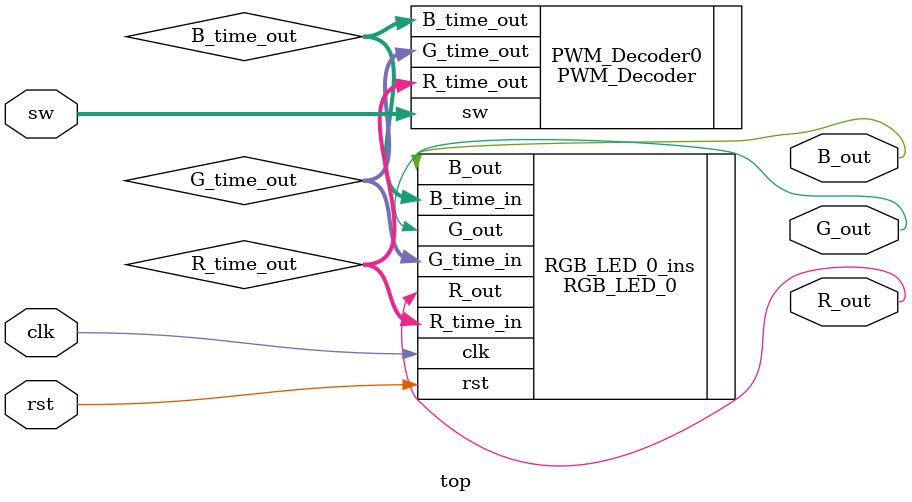
<source format=v>
module top(output R_out,
           output G_out,
           output B_out,
           input [1:0] sw,
           input rst,
           input clk);

//----------Variables----------//
wire [7:0] R_time_out;
wire [7:0] G_time_out;
wire [7:0] B_time_out;

//----------Module instances----------//
PWM_Decoder PWM_Decoder0(.sw(sw), .R_time_out(R_time_out), .G_time_out(G_time_out), .B_time_out(B_time_out));
RGB_LED_0 RGB_LED_0_ins(.clk(clk), .rst(rst), .R_time_in(R_time_out), .G_time_in(G_time_out), .B_time_in(B_time_out),
              .R_out(R_out), .G_out(G_out), .B_out(B_out));
 endmodule
</source>
